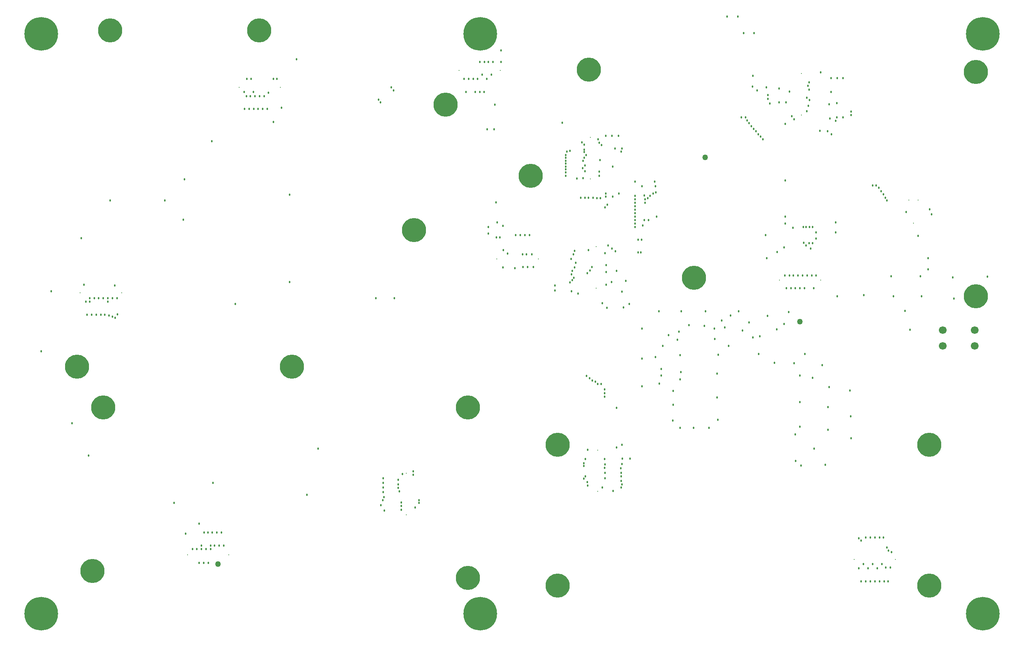
<source format=gbs>
G04 Layer_Color=16711935*
%FSLAX25Y25*%
%MOIN*%
G70*
G01*
G75*
%ADD50C,0.01181*%
%ADD51C,0.06693*%
%ADD52C,0.00394*%
%ADD53C,0.29134*%
%ADD54C,0.20866*%
%ADD55C,0.00787*%
%ADD56C,0.01800*%
%ADD57C,0.05000*%
D50*
X869350Y176992D02*
D03*
X833524D02*
D03*
X611681Y271882D02*
D03*
Y236055D02*
D03*
X524429Y437508D02*
D03*
X560256D02*
D03*
X527445Y600819D02*
D03*
X491618D02*
D03*
X445992Y215866D02*
D03*
Y251693D02*
D03*
X610492Y412244D02*
D03*
Y448071D02*
D03*
X605492Y506898D02*
D03*
Y542724D02*
D03*
X788008Y597976D02*
D03*
Y562150D02*
D03*
X768929Y419008D02*
D03*
X804756D02*
D03*
X337134Y585992D02*
D03*
X301307D02*
D03*
X199571Y407992D02*
D03*
X163744D02*
D03*
X256539Y181161D02*
D03*
X292366D02*
D03*
D51*
X910441Y362000D02*
D03*
Y375780D02*
D03*
X938000Y362000D02*
D03*
Y375780D02*
D03*
D52*
X254000Y233500D02*
D03*
X355000Y511150D02*
D03*
Y251350D02*
D03*
X254000Y529000D02*
D03*
X420950Y329950D02*
D03*
Y432550D02*
D03*
X280000Y381250D02*
D03*
X165100Y477700D02*
D03*
X130000Y381250D02*
D03*
X165100Y284800D02*
D03*
D53*
X945000Y632500D02*
D03*
X130000D02*
D03*
Y130000D02*
D03*
X510000D02*
D03*
Y632500D02*
D03*
X945000Y130000D02*
D03*
D54*
X898500Y154500D02*
D03*
Y276500D02*
D03*
X577000Y154500D02*
D03*
Y276500D02*
D03*
X347126Y344000D02*
D03*
X161126D02*
D03*
X189626Y635500D02*
D03*
X318626D02*
D03*
X499173Y161153D02*
D03*
Y308653D02*
D03*
X183673D02*
D03*
X174173Y167154D02*
D03*
X553500Y509500D02*
D03*
X452500Y462500D02*
D03*
X480000Y571000D02*
D03*
X695000Y421000D02*
D03*
X604000Y601500D02*
D03*
X939000Y599500D02*
D03*
Y405000D02*
D03*
D55*
X885000Y468500D02*
D03*
X881000Y488500D02*
D03*
X889000D02*
D03*
D56*
X345000Y493000D02*
D03*
X628000Y274000D02*
D03*
X603000Y272000D02*
D03*
X581000Y555500D02*
D03*
X600000Y532000D02*
D03*
X613500Y523000D02*
D03*
X774000Y474000D02*
D03*
X662500D02*
D03*
X632500Y409000D02*
D03*
X774000Y554500D02*
D03*
Y505500D02*
D03*
X754500Y541000D02*
D03*
X752500Y543500D02*
D03*
X750500Y545500D02*
D03*
X774000Y468000D02*
D03*
X345000Y417500D02*
D03*
X255000Y199500D02*
D03*
X286000Y200500D02*
D03*
X282000D02*
D03*
X284000Y189000D02*
D03*
X338000Y568500D02*
D03*
X351000Y610500D02*
D03*
X528000Y608000D02*
D03*
Y618000D02*
D03*
X738000Y633000D02*
D03*
X747000D02*
D03*
X768500Y573000D02*
D03*
X804500Y599000D02*
D03*
X812500Y559000D02*
D03*
X298000Y398500D02*
D03*
X266500Y208000D02*
D03*
X632500Y276500D02*
D03*
X529500Y430000D02*
D03*
X533500Y442000D02*
D03*
X540000Y429500D02*
D03*
X540500Y458000D02*
D03*
X544500D02*
D03*
X548500D02*
D03*
X552500D02*
D03*
X591500Y430000D02*
D03*
X588500Y437500D02*
D03*
X590500Y441500D02*
D03*
X591500Y444500D02*
D03*
X603500Y445000D02*
D03*
X592594Y434094D02*
D03*
X606500Y430500D02*
D03*
X619000Y432000D02*
D03*
X585000Y530500D02*
D03*
X587500Y531000D02*
D03*
X599000Y507500D02*
D03*
X593500Y507000D02*
D03*
X598000Y538500D02*
D03*
X600000Y536500D02*
D03*
Y530000D02*
D03*
X612000Y541000D02*
D03*
X613000Y538000D02*
D03*
X369500Y273000D02*
D03*
X278500Y243500D02*
D03*
X156500Y295000D02*
D03*
X138500Y409500D02*
D03*
X189500Y488000D02*
D03*
X277500Y539500D02*
D03*
X331000Y556000D02*
D03*
X522500Y571000D02*
D03*
X629500Y544000D02*
D03*
X624000D02*
D03*
X618500D02*
D03*
X624500Y517500D02*
D03*
X517000Y459500D02*
D03*
Y465000D02*
D03*
X628000Y427000D02*
D03*
X758000Y438000D02*
D03*
X773000Y447500D02*
D03*
X800500Y460500D02*
D03*
Y455000D02*
D03*
X889000Y457500D02*
D03*
X757500Y586000D02*
D03*
X746000Y596000D02*
D03*
X804000Y548500D02*
D03*
X817500Y557000D02*
D03*
X824000Y560000D02*
D03*
X818500D02*
D03*
X819000Y594000D02*
D03*
X813500D02*
D03*
X774500Y573000D02*
D03*
X760500Y572000D02*
D03*
X439000Y239000D02*
D03*
Y242000D02*
D03*
Y246000D02*
D03*
X426000Y247500D02*
D03*
Y243500D02*
D03*
Y239500D02*
D03*
Y235500D02*
D03*
X441500Y220000D02*
D03*
X453500Y222000D02*
D03*
X441500Y223500D02*
D03*
Y226500D02*
D03*
X274500Y174000D02*
D03*
X266500D02*
D03*
X270500D02*
D03*
X261000Y186000D02*
D03*
X264500D02*
D03*
X268500D02*
D03*
X272500D02*
D03*
X276500D02*
D03*
X278000Y200500D02*
D03*
X274453Y200453D02*
D03*
X271000Y200500D02*
D03*
X288000Y189000D02*
D03*
X280000D02*
D03*
X276500D02*
D03*
X268500D02*
D03*
X185000Y389000D02*
D03*
X181500D02*
D03*
X177500D02*
D03*
X173500D02*
D03*
X169500D02*
D03*
X168500Y400500D02*
D03*
X172000D02*
D03*
X187500D02*
D03*
X193500Y414500D02*
D03*
X195500Y403500D02*
D03*
X191500D02*
D03*
X187500D02*
D03*
X183500D02*
D03*
X179500D02*
D03*
X176000D02*
D03*
X172000D02*
D03*
X167000Y415000D02*
D03*
X323000Y578500D02*
D03*
X319000D02*
D03*
X315000D02*
D03*
X311000D02*
D03*
X307500D02*
D03*
X306000Y567500D02*
D03*
X310000D02*
D03*
X314000D02*
D03*
X317500D02*
D03*
X321500D02*
D03*
X325500D02*
D03*
X305500Y582000D02*
D03*
X313500D02*
D03*
X308000Y593500D02*
D03*
X311500D02*
D03*
X334000D02*
D03*
X331000D02*
D03*
X326500Y581500D02*
D03*
X513469Y582031D02*
D03*
X509500Y582000D02*
D03*
X505594Y582094D02*
D03*
X497500Y582000D02*
D03*
X496000Y593500D02*
D03*
X500000D02*
D03*
X504000D02*
D03*
X507563Y593437D02*
D03*
X515500Y593500D02*
D03*
X521000Y608000D02*
D03*
X517000D02*
D03*
X513500D02*
D03*
X509500D02*
D03*
X519500Y597000D02*
D03*
X511500D02*
D03*
X792500Y565500D02*
D03*
X794000Y570000D02*
D03*
X794500Y590500D02*
D03*
X793500Y587500D02*
D03*
X794500Y584000D02*
D03*
X798654Y412154D02*
D03*
X790500Y412000D02*
D03*
X786500D02*
D03*
X782500D02*
D03*
X779000D02*
D03*
X775000D02*
D03*
X773500Y423000D02*
D03*
X777500D02*
D03*
X781000D02*
D03*
X785000D02*
D03*
X789000D02*
D03*
X793000D02*
D03*
X797000D02*
D03*
X800500D02*
D03*
X900500Y476252D02*
D03*
X837500Y169500D02*
D03*
X839500Y158000D02*
D03*
X843500D02*
D03*
X845500Y169500D02*
D03*
X847500Y158000D02*
D03*
X851500D02*
D03*
X853500Y169500D02*
D03*
X855500Y158000D02*
D03*
X861000Y170000D02*
D03*
X865000D02*
D03*
X866000Y183500D02*
D03*
X863248Y184748D02*
D03*
X862000Y187500D02*
D03*
X857500Y173000D02*
D03*
X849500D02*
D03*
X841500D02*
D03*
X632000Y239500D02*
D03*
X632500Y242000D02*
D03*
X632000Y245000D02*
D03*
X618000Y247500D02*
D03*
X632000Y249000D02*
D03*
X618000Y252000D02*
D03*
X632000D02*
D03*
X631500Y256000D02*
D03*
X617500Y256500D02*
D03*
X618000Y259500D02*
D03*
X632626Y259874D02*
D03*
X615500Y239500D02*
D03*
X603000Y241000D02*
D03*
X602500Y244000D02*
D03*
X599500Y247000D02*
D03*
X601000Y249000D02*
D03*
Y264000D02*
D03*
X742500Y382500D02*
D03*
X733500Y392000D02*
D03*
X705000D02*
D03*
X684000D02*
D03*
X664500D02*
D03*
X650000Y377000D02*
D03*
Y351000D02*
D03*
Y327000D02*
D03*
X665000Y329500D02*
D03*
X666500Y336500D02*
D03*
Y342000D02*
D03*
X661500Y352500D02*
D03*
X668000Y362000D02*
D03*
X673000Y371500D02*
D03*
X682000Y374500D02*
D03*
X690500Y380000D02*
D03*
X704000Y379500D02*
D03*
X712500Y377000D02*
D03*
X719000Y384000D02*
D03*
X726500Y388500D02*
D03*
X777000Y391500D02*
D03*
X773000Y381000D02*
D03*
X766500Y376500D02*
D03*
X758500Y388000D02*
D03*
X737000Y375500D02*
D03*
X752000Y370500D02*
D03*
X746000Y369500D02*
D03*
X751000Y355000D02*
D03*
X920000Y403000D02*
D03*
X919000Y421500D02*
D03*
X892000Y405000D02*
D03*
X891000Y422500D02*
D03*
X882000Y376000D02*
D03*
X877500Y392500D02*
D03*
X949000Y422000D02*
D03*
X865500Y422500D02*
D03*
X867500Y405000D02*
D03*
X842000Y406000D02*
D03*
X819000Y405000D02*
D03*
X811000Y289500D02*
D03*
X799000Y273000D02*
D03*
X811000Y309000D02*
D03*
X797500Y334500D02*
D03*
X786500Y336500D02*
D03*
Y313500D02*
D03*
Y292000D02*
D03*
X782500Y285500D02*
D03*
X783000Y262500D02*
D03*
X787500Y258500D02*
D03*
X808500Y259000D02*
D03*
X830500Y301000D02*
D03*
X831000Y282000D02*
D03*
X830000Y323500D02*
D03*
X812000Y326500D02*
D03*
X806000Y345500D02*
D03*
X791000Y355000D02*
D03*
X781500Y347000D02*
D03*
X764500Y347500D02*
D03*
X254000Y506500D02*
D03*
X164500Y455500D02*
D03*
X130000Y357500D02*
D03*
X171000Y267000D02*
D03*
X245000Y226000D02*
D03*
X360047Y232953D02*
D03*
X589000Y424000D02*
D03*
X589500Y427000D02*
D03*
X591000Y421000D02*
D03*
X589500Y419000D02*
D03*
X587500Y417000D02*
D03*
X556000Y430500D02*
D03*
X554500Y441500D02*
D03*
X551000Y430500D02*
D03*
X550000Y441500D02*
D03*
X547000Y430500D02*
D03*
X546500Y441500D02*
D03*
X196000Y389500D02*
D03*
X194000Y386500D02*
D03*
X191500Y387500D02*
D03*
X188500Y388500D02*
D03*
X427000Y219500D02*
D03*
X424000Y224000D02*
D03*
X425500Y228500D02*
D03*
X426500Y231000D02*
D03*
X863000Y158000D02*
D03*
X859500D02*
D03*
X683000Y333000D02*
D03*
X683500Y339500D02*
D03*
X683000Y354000D02*
D03*
X680500Y367500D02*
D03*
X713000Y368000D02*
D03*
X721500Y378000D02*
D03*
X725000Y362000D02*
D03*
X716000Y354500D02*
D03*
X715000Y338000D02*
D03*
Y317500D02*
D03*
X677000Y323000D02*
D03*
Y311000D02*
D03*
X715500Y298000D02*
D03*
X708000Y291000D02*
D03*
X694500D02*
D03*
X683000D02*
D03*
X676500Y297500D02*
D03*
X634000Y395500D02*
D03*
X619500Y395000D02*
D03*
X615500Y399000D02*
D03*
X639000Y398500D02*
D03*
X435500Y403500D02*
D03*
X419500D02*
D03*
X897500Y438000D02*
D03*
Y428500D02*
D03*
X817500Y460500D02*
D03*
Y469000D02*
D03*
X644000Y504500D02*
D03*
X661000D02*
D03*
X644000Y492000D02*
D03*
X652000Y492500D02*
D03*
X661500Y500500D02*
D03*
X650000D02*
D03*
X733000Y647500D02*
D03*
X723500D02*
D03*
X237000Y488000D02*
D03*
X253000Y471500D02*
D03*
X899000Y480500D02*
D03*
X878500Y478000D02*
D03*
X795000Y575000D02*
D03*
X628000Y308500D02*
D03*
X639500Y264500D02*
D03*
X633000D02*
D03*
X859000Y196000D02*
D03*
Y493500D02*
D03*
X857000Y496000D02*
D03*
X855000Y499000D02*
D03*
X852500Y501000D02*
D03*
X860500Y490500D02*
D03*
X862000Y488000D02*
D03*
X831000Y562000D02*
D03*
X812156Y571345D02*
D03*
X855500Y196000D02*
D03*
X831000Y565000D02*
D03*
X818500Y572500D02*
D03*
X851500Y196000D02*
D03*
X847500D02*
D03*
X849500Y501000D02*
D03*
X843500Y196000D02*
D03*
X824000Y594000D02*
D03*
X813500Y582000D02*
D03*
X837500Y195500D02*
D03*
X839500Y193500D02*
D03*
X442500Y251000D02*
D03*
X452000Y253500D02*
D03*
X602000Y336000D02*
D03*
X617500Y318000D02*
D03*
Y324500D02*
D03*
X742500Y555000D02*
D03*
X741000Y557500D02*
D03*
X736000Y560000D02*
D03*
X739500D02*
D03*
X781500Y558500D02*
D03*
X792500Y577000D02*
D03*
X779500Y561000D02*
D03*
X607000Y332000D02*
D03*
X609500Y331000D02*
D03*
X611500Y329000D02*
D03*
X604500Y334000D02*
D03*
X452000Y250500D02*
D03*
X440000Y236000D02*
D03*
X748500Y548000D02*
D03*
X614500Y329000D02*
D03*
X746500Y550000D02*
D03*
X617500Y321000D02*
D03*
X744500Y552500D02*
D03*
X777500Y582500D02*
D03*
X759000Y576000D02*
D03*
X768500Y585000D02*
D03*
X759000Y579500D02*
D03*
X619000Y426000D02*
D03*
Y415000D02*
D03*
X814000Y545500D02*
D03*
X599500Y260500D02*
D03*
Y258000D02*
D03*
X810500Y548000D02*
D03*
X749500Y583500D02*
D03*
X457000Y228500D02*
D03*
Y226000D02*
D03*
X527000Y456000D02*
D03*
X745750Y586750D02*
D03*
X617500Y264000D02*
D03*
X625000Y236500D02*
D03*
X521847Y549653D02*
D03*
X516153D02*
D03*
X623500Y417500D02*
D03*
X636000Y418500D02*
D03*
X435000Y583500D02*
D03*
X423500Y573000D02*
D03*
X433000Y586000D02*
D03*
X422157Y575343D02*
D03*
X613000Y509500D02*
D03*
X584000D02*
D03*
Y515000D02*
D03*
Y517500D02*
D03*
Y520000D02*
D03*
Y522500D02*
D03*
Y525000D02*
D03*
Y527500D02*
D03*
Y512500D02*
D03*
X613000Y513000D02*
D03*
X600500Y513500D02*
D03*
X598500Y516000D02*
D03*
X600500Y518500D02*
D03*
X600000Y525000D02*
D03*
X601500Y527500D02*
D03*
X599000Y522500D02*
D03*
X615000Y536000D02*
D03*
X632500Y533000D02*
D03*
X630000Y494000D02*
D03*
X618000Y482000D02*
D03*
X620000Y484500D02*
D03*
X626500Y533000D02*
D03*
X632000Y530500D02*
D03*
X614000Y490000D02*
D03*
X618500Y494000D02*
D03*
X624500Y491500D02*
D03*
X618500D02*
D03*
X646500Y454000D02*
D03*
Y443000D02*
D03*
X649000D02*
D03*
X649500Y454000D02*
D03*
X767000Y443500D02*
D03*
X529500Y466000D02*
D03*
X789500Y465000D02*
D03*
X644000Y477000D02*
D03*
X657000Y492000D02*
D03*
X655000Y490000D02*
D03*
X652500Y486000D02*
D03*
X644000Y480000D02*
D03*
X659500Y494000D02*
D03*
X792000Y465000D02*
D03*
X644000Y474000D02*
D03*
Y483000D02*
D03*
X662000Y495000D02*
D03*
X795000Y465000D02*
D03*
X524000Y456000D02*
D03*
X524500Y469000D02*
D03*
X644000Y486000D02*
D03*
Y489000D02*
D03*
X652500D02*
D03*
X790000Y451500D02*
D03*
X792000Y449000D02*
D03*
X797500Y465000D02*
D03*
Y451000D02*
D03*
X794500D02*
D03*
X644000Y471000D02*
D03*
X652000D02*
D03*
X780500Y464500D02*
D03*
X796000Y446500D02*
D03*
X523500Y486500D02*
D03*
X530000Y445000D02*
D03*
X644000Y468000D02*
D03*
Y465000D02*
D03*
X757000Y458000D02*
D03*
X650500Y466500D02*
D03*
X655500Y471000D02*
D03*
X574500Y414500D02*
D03*
Y410000D02*
D03*
X603500Y490500D02*
D03*
X611000Y490000D02*
D03*
X624000Y446500D02*
D03*
X600500Y490500D02*
D03*
X627000Y444000D02*
D03*
X597000Y490500D02*
D03*
X607500D02*
D03*
X620500Y449000D02*
D03*
X618000Y442500D02*
D03*
X589000Y409500D02*
D03*
X602500Y425000D02*
D03*
X605000Y427500D02*
D03*
X594500Y407500D02*
D03*
D57*
X704500Y525500D02*
D03*
X283000Y173000D02*
D03*
X786500Y383000D02*
D03*
M02*

</source>
